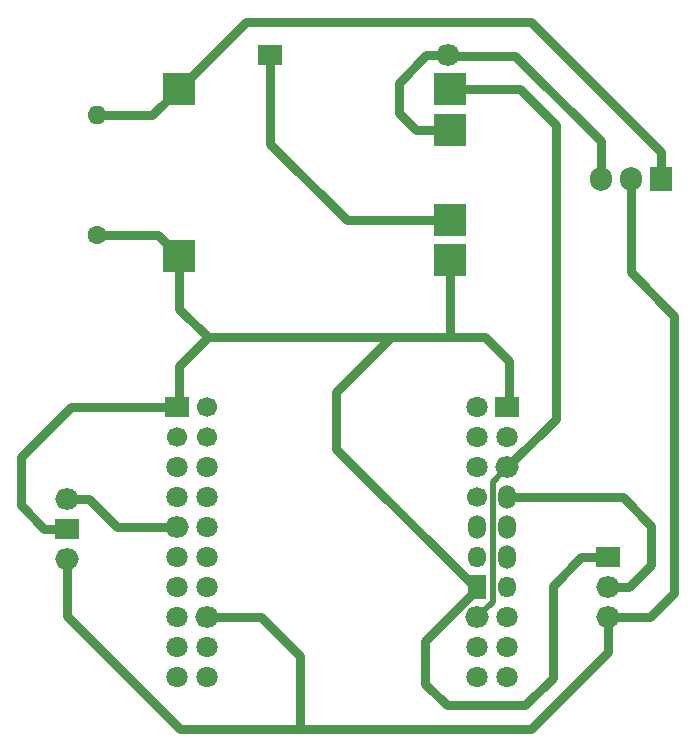
<source format=gbr>
%TF.GenerationSoftware,KiCad,Pcbnew,(5.1.12)-1*%
%TF.CreationDate,2022-05-17T10:57:46-05:00*%
%TF.ProjectId,BMX,424d582e-6b69-4636-9164-5f7063625858,rev?*%
%TF.SameCoordinates,Original*%
%TF.FileFunction,Copper,L1,Top*%
%TF.FilePolarity,Positive*%
%FSLAX46Y46*%
G04 Gerber Fmt 4.6, Leading zero omitted, Abs format (unit mm)*
G04 Created by KiCad (PCBNEW (5.1.12)-1) date 2022-05-17 10:57:46*
%MOMM*%
%LPD*%
G01*
G04 APERTURE LIST*
%TA.AperFunction,ComponentPad*%
%ADD10O,1.600000X1.600000*%
%TD*%
%TA.AperFunction,ComponentPad*%
%ADD11C,1.600000*%
%TD*%
%TA.AperFunction,ComponentPad*%
%ADD12O,1.905000X2.000000*%
%TD*%
%TA.AperFunction,ComponentPad*%
%ADD13R,1.905000X2.000000*%
%TD*%
%TA.AperFunction,ComponentPad*%
%ADD14C,1.800000*%
%TD*%
%TA.AperFunction,ComponentPad*%
%ADD15O,2.000000X1.800000*%
%TD*%
%TA.AperFunction,ComponentPad*%
%ADD16O,1.500000X1.800000*%
%TD*%
%TA.AperFunction,ComponentPad*%
%ADD17R,1.500000X2.000000*%
%TD*%
%TA.AperFunction,ComponentPad*%
%ADD18O,1.500000X2.000000*%
%TD*%
%TA.AperFunction,ComponentPad*%
%ADD19C,1.700000*%
%TD*%
%TA.AperFunction,ComponentPad*%
%ADD20R,2.000000X1.800000*%
%TD*%
%TA.AperFunction,ComponentPad*%
%ADD21R,2.800000X2.800000*%
%TD*%
%TA.AperFunction,Conductor*%
%ADD22C,0.800000*%
%TD*%
%TA.AperFunction,Conductor*%
%ADD23C,0.500000*%
%TD*%
G04 APERTURE END LIST*
D10*
%TO.P,R1,2*%
%TO.N,Net-(R1-Pad2)*%
X5364480Y-40911780D03*
D11*
%TO.P,R1,1*%
%TO.N,GND*%
X5364480Y-51071780D03*
%TD*%
D12*
%TO.P,Q1,3*%
%TO.N,Net-(Bateria3v1-Pad2)*%
X48018700Y-46258480D03*
%TO.P,Q1,2*%
%TO.N,Net-(NEOpixel1-Pad1)*%
X50558700Y-46258480D03*
D13*
%TO.P,Q1,1*%
%TO.N,Net-(CargadoUSB1-Pad1)*%
X53098700Y-46258480D03*
%TD*%
D14*
%TO.P,U1,40*%
%TO.N,Net-(U1-Pad40)*%
X40129460Y-88480900D03*
%TO.P,U1,39*%
%TO.N,Net-(U1-Pad39)*%
X37589460Y-88480900D03*
%TO.P,U1,38*%
%TO.N,Net-(U1-Pad38)*%
X40129460Y-85940900D03*
%TO.P,U1,37*%
%TO.N,Net-(U1-Pad37)*%
X37589460Y-85940900D03*
%TO.P,U1,36*%
%TO.N,Net-(U1-Pad36)*%
X40129460Y-83400900D03*
D15*
%TO.P,U1,35*%
%TO.N,Net-(CargadoUSB1-Pad3)*%
X37589460Y-83400900D03*
D16*
%TO.P,U1,34*%
%TO.N,Net-(U1-Pad34)*%
X40129460Y-80860900D03*
D17*
%TO.P,U1,33*%
%TO.N,GND*%
X37589460Y-80860900D03*
D18*
%TO.P,U1,32*%
%TO.N,Net-(U1-Pad32)*%
X40129460Y-78320900D03*
D16*
%TO.P,U1,31*%
%TO.N,Net-(U1-Pad31)*%
X37589460Y-78320900D03*
D18*
%TO.P,U1,30*%
%TO.N,Net-(U1-Pad30)*%
X40129460Y-75780900D03*
%TO.P,U1,29*%
%TO.N,Net-(U1-Pad29)*%
X37589460Y-75780900D03*
%TO.P,U1,28*%
%TO.N,/IN*%
X40129460Y-73240900D03*
D19*
%TO.P,U1,27*%
%TO.N,Net-(U1-Pad27)*%
X37589460Y-73240900D03*
D15*
%TO.P,U1,26*%
%TO.N,Net-(CargadoUSB1-Pad3)*%
X40129460Y-70700900D03*
D14*
%TO.P,U1,25*%
%TO.N,Net-(U1-Pad25)*%
X37589460Y-70700900D03*
%TO.P,U1,24*%
%TO.N,Net-(U1-Pad24)*%
X40129460Y-68160900D03*
%TO.P,U1,23*%
%TO.N,Net-(U1-Pad23)*%
X37589460Y-68160900D03*
D20*
%TO.P,U1,22*%
%TO.N,GND*%
X40129460Y-65620900D03*
D14*
%TO.P,U1,21*%
%TO.N,Net-(U1-Pad21)*%
X37589460Y-65620900D03*
%TO.P,U1,20*%
%TO.N,Net-(U1-Pad20)*%
X14729460Y-88480900D03*
%TO.P,U1,19*%
%TO.N,Net-(U1-Pad19)*%
X12189460Y-88480900D03*
%TO.P,U1,18*%
%TO.N,Net-(U1-Pad18)*%
X14729460Y-85940900D03*
%TO.P,U1,17*%
%TO.N,Net-(U1-Pad17)*%
X12189460Y-85940900D03*
D15*
%TO.P,U1,16*%
%TO.N,Net-(NEOpixel1-Pad1)*%
X14729460Y-83400900D03*
D14*
%TO.P,U1,15*%
%TO.N,Net-(U1-Pad15)*%
X12189460Y-83400900D03*
%TO.P,U1,14*%
%TO.N,Net-(U1-Pad14)*%
X14729460Y-80860900D03*
%TO.P,U1,13*%
%TO.N,Net-(U1-Pad13)*%
X12189460Y-80860900D03*
%TO.P,U1,12*%
%TO.N,Net-(U1-Pad12)*%
X14729460Y-78320900D03*
%TO.P,U1,11*%
%TO.N,Net-(U1-Pad11)*%
X12189460Y-78320900D03*
%TO.P,U1,10*%
%TO.N,Net-(U1-Pad10)*%
X14729460Y-75780900D03*
D15*
%TO.P,U1,9*%
%TO.N,Net-(NEOpixel1-Pad3)*%
X12189460Y-75780900D03*
D14*
%TO.P,U1,8*%
%TO.N,Net-(U1-Pad8)*%
X14729460Y-73240900D03*
%TO.P,U1,7*%
%TO.N,Net-(U1-Pad7)*%
X12189460Y-73240900D03*
%TO.P,U1,6*%
%TO.N,Net-(U1-Pad6)*%
X14729460Y-70700900D03*
%TO.P,U1,5*%
%TO.N,Net-(U1-Pad5)*%
X12189460Y-70700900D03*
D19*
%TO.P,U1,4*%
%TO.N,Net-(U1-Pad4)*%
X14729460Y-68160900D03*
%TO.P,U1,3*%
%TO.N,Net-(U1-Pad3)*%
X12189460Y-68160900D03*
D20*
%TO.P,U1,1*%
%TO.N,GND*%
X12189460Y-65620900D03*
D19*
%TO.P,U1,2*%
%TO.N,Net-(U1-Pad2)*%
X14729460Y-65620900D03*
%TD*%
D15*
%TO.P,Bateria3v1,2*%
%TO.N,Net-(Bateria3v1-Pad2)*%
X35056000Y-35814000D03*
D20*
%TO.P,Bateria3v1,1*%
%TO.N,Net-(Bateria3v1-Pad1)*%
X20066000Y-35814000D03*
%TD*%
D21*
%TO.P,CargadoUSB1,1*%
%TO.N,Net-(CargadoUSB1-Pad1)*%
X12334980Y-38651920D03*
%TO.P,CargadoUSB1,2*%
%TO.N,GND*%
X12334980Y-52851920D03*
%TO.P,CargadoUSB1,3*%
%TO.N,Net-(CargadoUSB1-Pad3)*%
X35234980Y-38651920D03*
%TO.P,CargadoUSB1,4*%
%TO.N,GND*%
X35234980Y-53151920D03*
%TO.P,CargadoUSB1,5*%
%TO.N,Net-(Bateria3v1-Pad2)*%
X35234980Y-42151920D03*
%TO.P,CargadoUSB1,6*%
%TO.N,Net-(Bateria3v1-Pad1)*%
X35234980Y-49751920D03*
%TD*%
D15*
%TO.P,RPM1,3*%
%TO.N,Net-(NEOpixel1-Pad1)*%
X48643540Y-83413600D03*
%TO.P,RPM1,2*%
%TO.N,/IN*%
X48643540Y-80873600D03*
D20*
%TO.P,RPM1,1*%
%TO.N,GND*%
X48643540Y-78333600D03*
%TD*%
D15*
%TO.P,NEOpixel1,3*%
%TO.N,Net-(NEOpixel1-Pad3)*%
X2821940Y-73355200D03*
D20*
%TO.P,NEOpixel1,2*%
%TO.N,GND*%
X2821940Y-75895200D03*
D15*
%TO.P,NEOpixel1,1*%
%TO.N,Net-(NEOpixel1-Pad1)*%
X2821940Y-78435200D03*
%TD*%
D22*
%TO.N,/IN*%
X50443540Y-80873600D02*
X48643540Y-80873600D01*
X52311300Y-79005840D02*
X50443540Y-80873600D01*
X52311300Y-75636120D02*
X52311300Y-79005840D01*
X49893220Y-73218040D02*
X52311300Y-75636120D01*
X40284400Y-73218040D02*
X49893220Y-73218040D01*
%TO.N,Net-(NEOpixel1-Pad3)*%
X2821940Y-73355200D02*
X4678680Y-73355200D01*
X4678680Y-73355200D02*
X7081520Y-75758040D01*
X7081520Y-75758040D02*
X12344400Y-75758040D01*
%TO.N,GND*%
X12306300Y-65636140D02*
X12344400Y-65598040D01*
X35234980Y-53151920D02*
X35234980Y-59639300D01*
X35234980Y-59639300D02*
X35295840Y-59700160D01*
X2821940Y-75895200D02*
X929640Y-75895200D01*
X929640Y-75895200D02*
X-1031240Y-73934320D01*
X-1031240Y-73934320D02*
X-1031240Y-69786500D01*
X-1031240Y-69786500D02*
X3157220Y-65598040D01*
X35295840Y-59700160D02*
X30294580Y-59700160D01*
X30294580Y-59700160D02*
X14777720Y-59700160D01*
X14777720Y-59700160D02*
X12344400Y-62133480D01*
X12344400Y-62133480D02*
X12344400Y-65598040D01*
X3157220Y-65598040D02*
X12344400Y-65598040D01*
X48643540Y-78333600D02*
X46349920Y-78333600D01*
X46349920Y-78333600D02*
X43952160Y-80731360D01*
X43952160Y-80731360D02*
X43952160Y-88516460D01*
X43952160Y-88516460D02*
X41605200Y-90863420D01*
X41605200Y-90863420D02*
X35018980Y-90863420D01*
X35018980Y-90863420D02*
X33190180Y-89034620D01*
X25656540Y-64338200D02*
X30294580Y-59700160D01*
X25656540Y-69146420D02*
X25656540Y-64338200D01*
X33190180Y-89034620D02*
X33190180Y-85392260D01*
X37744400Y-80838040D02*
X37348160Y-80838040D01*
X33190180Y-85392260D02*
X37744400Y-80838040D01*
X37348160Y-80838040D02*
X25656540Y-69146420D01*
X38252400Y-59700160D02*
X35295840Y-59700160D01*
X40284400Y-61732160D02*
X38252400Y-59700160D01*
X40284400Y-65598040D02*
X40284400Y-61732160D01*
X10554840Y-51071780D02*
X12334980Y-52851920D01*
X5364480Y-51071780D02*
X10554840Y-51071780D01*
X12334980Y-57257420D02*
X14777720Y-59700160D01*
X12334980Y-52851920D02*
X12334980Y-57257420D01*
%TO.N,Net-(Bateria3v1-Pad2)*%
X35234980Y-42151920D02*
X32426260Y-42151920D01*
X32426260Y-42151920D02*
X30939740Y-40665400D01*
X30939740Y-40665400D02*
X30939740Y-38135560D01*
X33261300Y-35814000D02*
X35056000Y-35814000D01*
X30939740Y-38135560D02*
X33261300Y-35814000D01*
X48018700Y-46258480D02*
X48018700Y-43113960D01*
X48018700Y-43113960D02*
X40759380Y-35854640D01*
X35096640Y-35854640D02*
X35056000Y-35814000D01*
X40759380Y-35854640D02*
X35096640Y-35854640D01*
%TO.N,Net-(Bateria3v1-Pad1)*%
X20066000Y-35814000D02*
X20066000Y-43289220D01*
X26528700Y-49751920D02*
X35234980Y-49751920D01*
X20066000Y-43289220D02*
X26528700Y-49751920D01*
%TO.N,Net-(CargadoUSB1-Pad1)*%
X12334980Y-38651920D02*
X12341120Y-38651920D01*
X12341120Y-38651920D02*
X17962880Y-33030160D01*
X17962880Y-33030160D02*
X42148760Y-33030160D01*
X53098700Y-43980100D02*
X53098700Y-46258480D01*
X42148760Y-33030160D02*
X53098700Y-43980100D01*
X10075120Y-40911780D02*
X12334980Y-38651920D01*
X5364480Y-40911780D02*
X10075120Y-40911780D01*
%TO.N,Net-(CargadoUSB1-Pad3)*%
X40129460Y-70700900D02*
X44256960Y-66573400D01*
X41230020Y-38651920D02*
X35234980Y-38651920D01*
D23*
X40129460Y-70700900D02*
X38905180Y-71925180D01*
X38905180Y-71925180D02*
X38905180Y-82085180D01*
X38905180Y-82085180D02*
X37589460Y-83400900D01*
D22*
X44256960Y-41678860D02*
X41230020Y-38651920D01*
X44256960Y-66573400D02*
X44256960Y-41678860D01*
%TO.N,Net-(NEOpixel1-Pad1)*%
X48643540Y-83413600D02*
X48643540Y-86339680D01*
X48643540Y-86339680D02*
X42095420Y-92887800D01*
X2821940Y-83261200D02*
X2821940Y-78435200D01*
X12448540Y-92887800D02*
X2821940Y-83261200D01*
X14729460Y-83400900D02*
X19296380Y-83400900D01*
X22598380Y-86702900D02*
X22598380Y-92887800D01*
X19296380Y-83400900D02*
X22598380Y-86702900D01*
X22598380Y-92887800D02*
X12448540Y-92887800D01*
X42095420Y-92887800D02*
X22598380Y-92887800D01*
X48643540Y-83413600D02*
X52179220Y-83413600D01*
X52179220Y-83413600D02*
X54236620Y-81356200D01*
X54236620Y-81356200D02*
X54236620Y-57876440D01*
X50558700Y-54198520D02*
X50558700Y-46258480D01*
X54236620Y-57876440D02*
X50558700Y-54198520D01*
%TD*%
M02*

</source>
